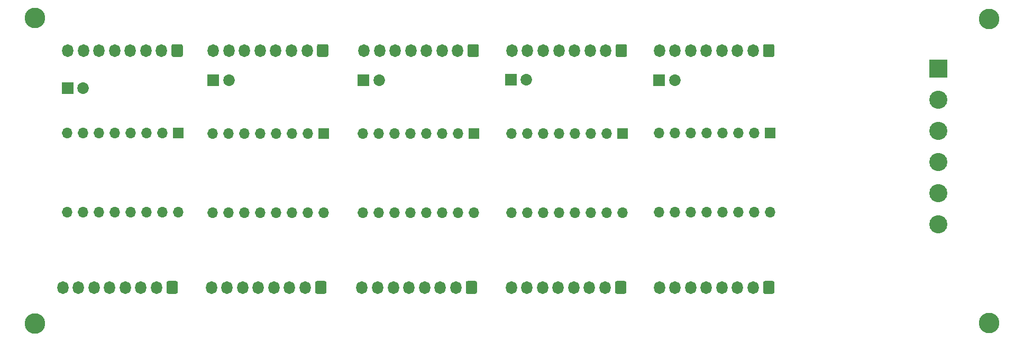
<source format=gbr>
%TF.GenerationSoftware,KiCad,Pcbnew,(5.1.6)-1*%
%TF.CreationDate,2020-09-25T17:37:12+06:00*%
%TF.ProjectId,TMC2130,544d4332-3133-4302-9e6b-696361645f70,rev?*%
%TF.SameCoordinates,Original*%
%TF.FileFunction,Soldermask,Top*%
%TF.FilePolarity,Negative*%
%FSLAX46Y46*%
G04 Gerber Fmt 4.6, Leading zero omitted, Abs format (unit mm)*
G04 Created by KiCad (PCBNEW (5.1.6)-1) date 2020-09-25 17:37:12*
%MOMM*%
%LPD*%
G01*
G04 APERTURE LIST*
%ADD10C,3.300000*%
%ADD11O,1.800000X2.050000*%
%ADD12C,1.854200*%
%ADD13R,1.854200X1.854200*%
%ADD14O,1.700000X1.700000*%
%ADD15R,1.700000X1.700000*%
%ADD16C,2.900000*%
%ADD17R,2.900000X2.900000*%
G04 APERTURE END LIST*
D10*
%TO.C,REF\u002A\u002A*%
X-19800000Y-25900000D03*
%TD*%
%TO.C,REF\u002A\u002A*%
X133000000Y-26000000D03*
%TD*%
%TO.C,REF\u002A\u002A*%
X133000000Y-74800000D03*
%TD*%
%TO.C,REF\u002A\u002A*%
X-19800000Y-74900000D03*
%TD*%
D11*
%TO.C,J11*%
X-14500000Y-31100000D03*
X-12000000Y-31100000D03*
X-9500000Y-31100000D03*
X-7000000Y-31100000D03*
X-4500000Y-31100000D03*
X-2000000Y-31100000D03*
X500000Y-31100000D03*
G36*
G01*
X3900000Y-30339706D02*
X3900000Y-31860294D01*
G75*
G02*
X3635294Y-32125000I-264706J0D01*
G01*
X2364706Y-32125000D01*
G75*
G02*
X2100000Y-31860294I0J264706D01*
G01*
X2100000Y-30339706D01*
G75*
G02*
X2364706Y-30075000I264706J0D01*
G01*
X3635294Y-30075000D01*
G75*
G02*
X3900000Y-30339706I0J-264706D01*
G01*
G37*
%TD*%
%TO.C,J10*%
X-15300000Y-69100000D03*
X-12800000Y-69100000D03*
X-10300000Y-69100000D03*
X-7800000Y-69100000D03*
X-5300000Y-69100000D03*
X-2800000Y-69100000D03*
X-300000Y-69100000D03*
G36*
G01*
X3100000Y-68339706D02*
X3100000Y-69860294D01*
G75*
G02*
X2835294Y-70125000I-264706J0D01*
G01*
X1564706Y-70125000D01*
G75*
G02*
X1300000Y-69860294I0J264706D01*
G01*
X1300000Y-68339706D01*
G75*
G02*
X1564706Y-68075000I264706J0D01*
G01*
X2835294Y-68075000D01*
G75*
G02*
X3100000Y-68339706I0J-264706D01*
G01*
G37*
%TD*%
D12*
%TO.C,C5*%
X-12050320Y-37100000D03*
D13*
X-14549680Y-37100000D03*
%TD*%
D14*
%TO.C,A5*%
X3200000Y-57000000D03*
X-14580000Y-44300000D03*
X660000Y-57000000D03*
X-12040000Y-44300000D03*
X-1880000Y-57000000D03*
X-9500000Y-44300000D03*
X-4420000Y-57000000D03*
X-6960000Y-44300000D03*
X-6960000Y-57000000D03*
X-4420000Y-44300000D03*
X-9500000Y-57000000D03*
X-1880000Y-44300000D03*
X-12040000Y-57000000D03*
X660000Y-44300000D03*
X-14580000Y-57000000D03*
D15*
X3200000Y-44300000D03*
%TD*%
D11*
%TO.C,J7*%
X8800000Y-31100000D03*
X11300000Y-31100000D03*
X13800000Y-31100000D03*
X16300000Y-31100000D03*
X18800000Y-31100000D03*
X21300000Y-31100000D03*
X23800000Y-31100000D03*
G36*
G01*
X27200000Y-30339706D02*
X27200000Y-31860294D01*
G75*
G02*
X26935294Y-32125000I-264706J0D01*
G01*
X25664706Y-32125000D01*
G75*
G02*
X25400000Y-31860294I0J264706D01*
G01*
X25400000Y-30339706D01*
G75*
G02*
X25664706Y-30075000I264706J0D01*
G01*
X26935294Y-30075000D01*
G75*
G02*
X27200000Y-30339706I0J-264706D01*
G01*
G37*
%TD*%
%TO.C,J6*%
X8500000Y-69100000D03*
X11000000Y-69100000D03*
X13500000Y-69100000D03*
X16000000Y-69100000D03*
X18500000Y-69100000D03*
X21000000Y-69100000D03*
X23500000Y-69100000D03*
G36*
G01*
X26900000Y-68339706D02*
X26900000Y-69860294D01*
G75*
G02*
X26635294Y-70125000I-264706J0D01*
G01*
X25364706Y-70125000D01*
G75*
G02*
X25100000Y-69860294I0J264706D01*
G01*
X25100000Y-68339706D01*
G75*
G02*
X25364706Y-68075000I264706J0D01*
G01*
X26635294Y-68075000D01*
G75*
G02*
X26900000Y-68339706I0J-264706D01*
G01*
G37*
%TD*%
D12*
%TO.C,C4*%
X11299360Y-35900000D03*
D13*
X8800000Y-35900000D03*
%TD*%
D14*
%TO.C,A4*%
X26500000Y-57100000D03*
X8720000Y-44400000D03*
X23960000Y-57100000D03*
X11260000Y-44400000D03*
X21420000Y-57100000D03*
X13800000Y-44400000D03*
X18880000Y-57100000D03*
X16340000Y-44400000D03*
X16340000Y-57100000D03*
X18880000Y-44400000D03*
X13800000Y-57100000D03*
X21420000Y-44400000D03*
X11260000Y-57100000D03*
X23960000Y-44400000D03*
X8720000Y-57100000D03*
D15*
X26500000Y-44400000D03*
%TD*%
D11*
%TO.C,J5*%
X32900000Y-31100000D03*
X35400000Y-31100000D03*
X37900000Y-31100000D03*
X40400000Y-31100000D03*
X42900000Y-31100000D03*
X45400000Y-31100000D03*
X47900000Y-31100000D03*
G36*
G01*
X51300000Y-30339706D02*
X51300000Y-31860294D01*
G75*
G02*
X51035294Y-32125000I-264706J0D01*
G01*
X49764706Y-32125000D01*
G75*
G02*
X49500000Y-31860294I0J264706D01*
G01*
X49500000Y-30339706D01*
G75*
G02*
X49764706Y-30075000I264706J0D01*
G01*
X51035294Y-30075000D01*
G75*
G02*
X51300000Y-30339706I0J-264706D01*
G01*
G37*
%TD*%
%TO.C,J3*%
X32600000Y-69100000D03*
X35100000Y-69100000D03*
X37600000Y-69100000D03*
X40100000Y-69100000D03*
X42600000Y-69100000D03*
X45100000Y-69100000D03*
X47600000Y-69100000D03*
G36*
G01*
X51000000Y-68339706D02*
X51000000Y-69860294D01*
G75*
G02*
X50735294Y-70125000I-264706J0D01*
G01*
X49464706Y-70125000D01*
G75*
G02*
X49200000Y-69860294I0J264706D01*
G01*
X49200000Y-68339706D01*
G75*
G02*
X49464706Y-68075000I264706J0D01*
G01*
X50735294Y-68075000D01*
G75*
G02*
X51000000Y-68339706I0J-264706D01*
G01*
G37*
%TD*%
D12*
%TO.C,C2*%
X35349680Y-35900000D03*
D13*
X32850320Y-35900000D03*
%TD*%
D14*
%TO.C,A2*%
X50500000Y-57100000D03*
X32720000Y-44400000D03*
X47960000Y-57100000D03*
X35260000Y-44400000D03*
X45420000Y-57100000D03*
X37800000Y-44400000D03*
X42880000Y-57100000D03*
X40340000Y-44400000D03*
X40340000Y-57100000D03*
X42880000Y-44400000D03*
X37800000Y-57100000D03*
X45420000Y-44400000D03*
X35260000Y-57100000D03*
X47960000Y-44400000D03*
X32720000Y-57100000D03*
D15*
X50500000Y-44400000D03*
%TD*%
D11*
%TO.C,J9*%
X80200000Y-69100000D03*
X82700000Y-69100000D03*
X85200000Y-69100000D03*
X87700000Y-69100000D03*
X90200000Y-69100000D03*
X92700000Y-69100000D03*
X95200000Y-69100000D03*
G36*
G01*
X98600000Y-68339706D02*
X98600000Y-69860294D01*
G75*
G02*
X98335294Y-70125000I-264706J0D01*
G01*
X97064706Y-70125000D01*
G75*
G02*
X96800000Y-69860294I0J264706D01*
G01*
X96800000Y-68339706D01*
G75*
G02*
X97064706Y-68075000I264706J0D01*
G01*
X98335294Y-68075000D01*
G75*
G02*
X98600000Y-68339706I0J-264706D01*
G01*
G37*
%TD*%
%TO.C,J8*%
X56600000Y-31100000D03*
X59100000Y-31100000D03*
X61600000Y-31100000D03*
X64100000Y-31100000D03*
X66600000Y-31100000D03*
X69100000Y-31100000D03*
X71600000Y-31100000D03*
G36*
G01*
X75000000Y-30339706D02*
X75000000Y-31860294D01*
G75*
G02*
X74735294Y-32125000I-264706J0D01*
G01*
X73464706Y-32125000D01*
G75*
G02*
X73200000Y-31860294I0J264706D01*
G01*
X73200000Y-30339706D01*
G75*
G02*
X73464706Y-30075000I264706J0D01*
G01*
X74735294Y-30075000D01*
G75*
G02*
X75000000Y-30339706I0J-264706D01*
G01*
G37*
%TD*%
%TO.C,J4*%
X56500000Y-69100000D03*
X59000000Y-69100000D03*
X61500000Y-69100000D03*
X64000000Y-69100000D03*
X66500000Y-69100000D03*
X69000000Y-69100000D03*
X71500000Y-69100000D03*
G36*
G01*
X74900000Y-68339706D02*
X74900000Y-69860294D01*
G75*
G02*
X74635294Y-70125000I-264706J0D01*
G01*
X73364706Y-70125000D01*
G75*
G02*
X73100000Y-69860294I0J264706D01*
G01*
X73100000Y-68339706D01*
G75*
G02*
X73364706Y-68075000I264706J0D01*
G01*
X74635294Y-68075000D01*
G75*
G02*
X74900000Y-68339706I0J-264706D01*
G01*
G37*
%TD*%
D12*
%TO.C,C3*%
X58899360Y-35800000D03*
D13*
X56400000Y-35800000D03*
%TD*%
D14*
%TO.C,A3*%
X74300000Y-57100000D03*
X56520000Y-44400000D03*
X71760000Y-57100000D03*
X59060000Y-44400000D03*
X69220000Y-57100000D03*
X61600000Y-44400000D03*
X66680000Y-57100000D03*
X64140000Y-44400000D03*
X64140000Y-57100000D03*
X66680000Y-44400000D03*
X61600000Y-57100000D03*
X69220000Y-44400000D03*
X59060000Y-57100000D03*
X71760000Y-44400000D03*
X56520000Y-57100000D03*
D15*
X74300000Y-44400000D03*
%TD*%
D11*
%TO.C,J2*%
X80200000Y-31100000D03*
X82700000Y-31100000D03*
X85200000Y-31100000D03*
X87700000Y-31100000D03*
X90200000Y-31100000D03*
X92700000Y-31100000D03*
X95200000Y-31100000D03*
G36*
G01*
X98600000Y-30339706D02*
X98600000Y-31860294D01*
G75*
G02*
X98335294Y-32125000I-264706J0D01*
G01*
X97064706Y-32125000D01*
G75*
G02*
X96800000Y-31860294I0J264706D01*
G01*
X96800000Y-30339706D01*
G75*
G02*
X97064706Y-30075000I264706J0D01*
G01*
X98335294Y-30075000D01*
G75*
G02*
X98600000Y-30339706I0J-264706D01*
G01*
G37*
%TD*%
D12*
%TO.C,C1*%
X82649680Y-35900000D03*
D13*
X80150320Y-35900000D03*
%TD*%
D16*
%TO.C,J1*%
X124819000Y-58978000D03*
X124819000Y-53978000D03*
X124819000Y-48978000D03*
X124819000Y-43978000D03*
X124819000Y-38978000D03*
D17*
X124819000Y-33978000D03*
%TD*%
D14*
%TO.C,A1*%
X97958500Y-57028500D03*
X80178500Y-44328500D03*
X95418500Y-57028500D03*
X82718500Y-44328500D03*
X92878500Y-57028500D03*
X85258500Y-44328500D03*
X90338500Y-57028500D03*
X87798500Y-44328500D03*
X87798500Y-57028500D03*
X90338500Y-44328500D03*
X85258500Y-57028500D03*
X92878500Y-44328500D03*
X82718500Y-57028500D03*
X95418500Y-44328500D03*
X80178500Y-57028500D03*
D15*
X97958500Y-44328500D03*
%TD*%
M02*

</source>
